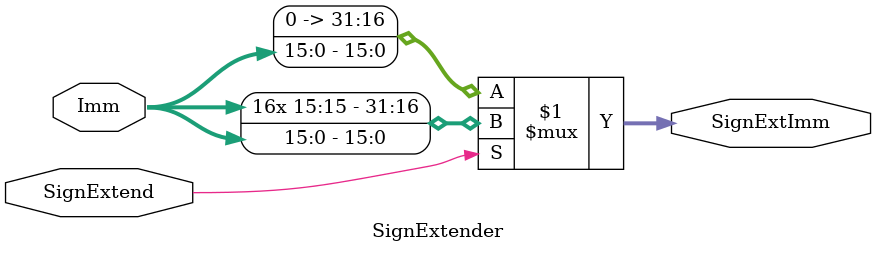
<source format=v>
module SignExtender(SignExtImm, Imm, SignExtend);
	
	input [15:0] Imm;
	input SignExtend;
	output [31:0] SignExtImm;
	
	assign SignExtImm = (SignExtend) ? {{16{Imm[15]}},Imm[15:0]} : {16'h0000,Imm[15:0]};
	
endmodule
</source>
